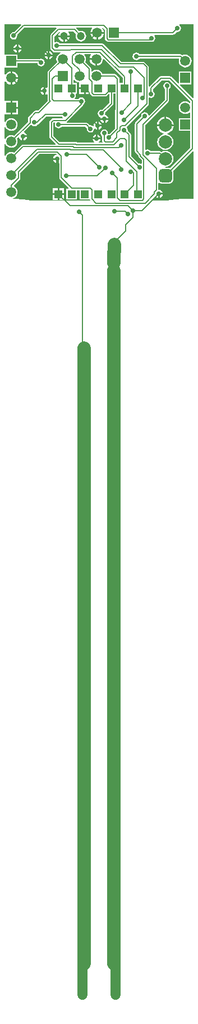
<source format=gbl>
%FSLAX25Y25*%
%MOIN*%
G70*
G01*
G75*
G04 Layer_Physical_Order=2*
G04 Layer_Color=16711680*
%ADD10R,0.03937X0.02756*%
%ADD11R,0.02362X0.03937*%
%ADD12R,0.01969X0.03937*%
%ADD13R,0.02756X0.03937*%
%ADD14R,0.06299X0.07874*%
%ADD15O,0.02165X0.06496*%
%ADD16O,0.06496X0.02165*%
%ADD17R,0.02362X0.05118*%
%ADD18R,0.06299X0.02756*%
%ADD19R,0.02362X0.05906*%
%ADD20R,0.03150X0.09843*%
%ADD21R,0.03150X0.07480*%
%ADD22R,0.07480X0.03150*%
%ADD23C,0.00787*%
%ADD24C,0.07874*%
G04:AMPARAMS|DCode=25|XSize=78.74mil|YSize=78.74mil|CornerRadius=19.69mil|HoleSize=0mil|Usage=FLASHONLY|Rotation=270.000|XOffset=0mil|YOffset=0mil|HoleType=Round|Shape=RoundedRectangle|*
%AMROUNDEDRECTD25*
21,1,0.07874,0.03937,0,0,270.0*
21,1,0.03937,0.07874,0,0,270.0*
1,1,0.03937,-0.01969,-0.01969*
1,1,0.03937,-0.01969,0.01969*
1,1,0.03937,0.01969,0.01969*
1,1,0.03937,0.01969,-0.01969*
%
%ADD25ROUNDEDRECTD25*%
%ADD26C,0.07874*%
%ADD27C,0.05906*%
%ADD28R,0.05906X0.05906*%
%ADD29R,0.05906X0.05906*%
%ADD30C,0.04724*%
%ADD31C,0.02756*%
%ADD32R,0.04724X0.04724*%
%ADD33C,0.05906*%
G36*
X-542Y345758D02*
X240Y345158D01*
X1149Y344781D01*
X1953Y344675D01*
Y344504D01*
X1953D01*
Y341642D01*
X5315D01*
Y341142D01*
X5815D01*
Y337779D01*
X8561D01*
X8777Y337455D01*
X9547Y336685D01*
X9547Y336685D01*
X9938Y336424D01*
X10399Y336333D01*
X10399Y336333D01*
X17458D01*
X17458Y336333D01*
X17919Y336424D01*
X18309Y336685D01*
X19397Y337772D01*
X19859Y337581D01*
Y332569D01*
X15650Y328361D01*
X15229Y328445D01*
X14384Y328276D01*
X13668Y327798D01*
X13189Y327082D01*
X13021Y326237D01*
X13189Y325392D01*
X13668Y324676D01*
X14384Y324197D01*
D01*
X14689Y323959D01*
X14604Y323531D01*
X19254D01*
X19169Y323959D01*
X18643Y324746D01*
X17857Y325271D01*
X17615Y325320D01*
X17337Y325735D01*
X17437Y326237D01*
X17353Y326658D01*
X21914Y331219D01*
X22175Y331610D01*
X22267Y332071D01*
X22267Y332071D01*
Y337992D01*
X23425D01*
Y328346D01*
X23383Y328283D01*
X23291Y327822D01*
X23291Y327822D01*
Y317502D01*
X19850Y314061D01*
X19429Y314144D01*
X19360Y314131D01*
X19006Y314484D01*
X19037Y314637D01*
X18869Y315482D01*
X18390Y316198D01*
X17674Y316676D01*
X16829Y316845D01*
X15984Y316676D01*
X15268Y316198D01*
X14789Y315482D01*
X14621Y314637D01*
X14789Y313792D01*
X15268Y313076D01*
X15625Y312837D01*
Y309978D01*
X15625Y309978D01*
X15716Y309517D01*
X15762Y309448D01*
X15527Y309007D01*
X13837D01*
X13692Y309486D01*
X14017Y309703D01*
X14543Y310489D01*
X14628Y310917D01*
X9978D01*
X10063Y310489D01*
X10589Y309703D01*
X10914Y309486D01*
X10769Y309007D01*
X797D01*
X783Y309021D01*
X393Y309282D01*
X-68Y309373D01*
X-68Y309373D01*
X-9705D01*
X-13326Y312995D01*
Y320638D01*
X-13027Y320937D01*
X-12532Y320864D01*
X-12365Y320551D01*
X-12411Y320482D01*
X-12579Y319637D01*
X-12411Y318792D01*
X-11932Y318076D01*
X-11216Y317597D01*
X-10371Y317429D01*
X-9526Y317597D01*
X-8810Y318076D01*
X-8571Y318432D01*
X5629D01*
X6531Y317530D01*
X6447Y317109D01*
X6615Y316264D01*
X7094Y315548D01*
X7810Y315069D01*
X8655Y314901D01*
X9500Y315069D01*
X10216Y315548D01*
X10695Y316264D01*
X10863Y317109D01*
X11495Y317235D01*
X12001Y316897D01*
X12429Y316812D01*
Y319137D01*
Y321462D01*
X12001Y321377D01*
X11215Y320851D01*
X10689Y320065D01*
X10504Y319137D01*
X10528Y319017D01*
X10113Y318740D01*
X9500Y319149D01*
X8655Y319317D01*
X8234Y319233D01*
X6979Y320488D01*
X6588Y320749D01*
X6127Y320841D01*
X6127Y320841D01*
X-5312D01*
X-5457Y321320D01*
X-5420Y321344D01*
X4081Y330844D01*
X4342Y331235D01*
X4433Y331696D01*
X4433Y331696D01*
Y331737D01*
X4790Y331976D01*
X5269Y332692D01*
X5437Y333537D01*
X5269Y334382D01*
X4790Y335098D01*
X4074Y335577D01*
X3229Y335745D01*
X2384Y335577D01*
X1668Y335098D01*
X1496Y334841D01*
X-470D01*
X-706Y335282D01*
X-231Y335992D01*
X-63Y336837D01*
X-216Y337605D01*
X101Y337992D01*
X590D01*
Y344291D01*
X-1355D01*
Y346040D01*
X-881Y346200D01*
X-542Y345758D01*
D02*
G37*
G36*
X-8032Y324076D02*
X-7737Y323879D01*
X-7882Y323400D01*
X-13471D01*
X-13471Y323400D01*
X-13932Y323308D01*
X-14322Y323047D01*
X-14323Y323047D01*
X-15382Y321988D01*
X-15643Y321598D01*
X-15734Y321137D01*
X-15734Y321137D01*
Y312496D01*
X-15734Y312496D01*
X-15643Y312035D01*
X-15382Y311644D01*
X-11998Y308261D01*
X-12189Y307799D01*
X-31516D01*
X-31516Y307799D01*
X-31977Y307707D01*
X-32367Y307446D01*
X-32367Y307446D01*
X-36727Y303086D01*
X-37409Y303368D01*
X-38386Y303497D01*
X-39362Y303368D01*
X-40272Y302991D01*
X-41053Y302392D01*
X-41653Y301611D01*
X-41813Y301223D01*
X-42304Y301321D01*
Y308128D01*
X-41813Y308225D01*
X-41653Y307838D01*
X-41053Y307057D01*
X-40272Y306457D01*
X-39362Y306081D01*
X-38386Y305952D01*
X-37409Y306081D01*
X-36500Y306457D01*
X-35718Y307057D01*
X-35119Y307838D01*
X-34742Y308748D01*
X-34613Y309724D01*
X-34742Y310701D01*
X-35024Y311383D01*
X-34244Y312163D01*
X-33766Y312017D01*
X-33736Y311867D01*
X-33211Y311081D01*
X-32424Y310555D01*
X-31996Y310470D01*
Y312795D01*
X-31496D01*
Y313295D01*
X-29171D01*
X-29256Y313723D01*
X-29782Y314510D01*
X-30568Y315035D01*
X-30718Y315065D01*
X-30864Y315544D01*
X-26831Y319576D01*
X-26333Y319527D01*
X-26232Y319376D01*
X-25516Y318897D01*
X-24671Y318729D01*
X-23826Y318897D01*
X-23110Y319376D01*
X-22856Y319755D01*
X-22510Y319824D01*
X-22119Y320085D01*
X-17772Y324432D01*
X-8271D01*
X-8032Y324076D01*
D02*
G37*
G36*
X9048Y360907D02*
X8673Y360419D01*
X8275Y359457D01*
X8205Y358925D01*
X12126D01*
Y358425D01*
X12626D01*
Y354504D01*
X13158Y354574D01*
X14119Y354972D01*
X14945Y355606D01*
X15578Y356432D01*
X15977Y357393D01*
X16112Y358417D01*
X16585Y358578D01*
X27733Y347430D01*
Y344291D01*
X25833D01*
Y346737D01*
X25833Y346737D01*
X25742Y347198D01*
X25480Y347588D01*
X25480Y347588D01*
X23792Y349277D01*
X23401Y349538D01*
X22941Y349629D01*
X22941Y349629D01*
X15675D01*
X15393Y350311D01*
X14793Y351093D01*
X14012Y351692D01*
X13102Y352069D01*
X12126Y352198D01*
X11149Y352069D01*
X10240Y351692D01*
X9582Y351187D01*
X9133Y351409D01*
Y352622D01*
X9042Y353083D01*
X8937Y353239D01*
X8781Y353473D01*
X8781Y353473D01*
X5487Y356767D01*
X5770Y357449D01*
X5898Y358425D01*
X5770Y359401D01*
X5393Y360311D01*
X4936Y360907D01*
X5157Y361355D01*
X8826D01*
X9048Y360907D01*
D02*
G37*
G36*
X69863Y303727D02*
Y275610D01*
X62992D01*
X62992Y275610D01*
Y275634D01*
X59418Y275459D01*
X55879Y274934D01*
X54571Y274606D01*
X44974D01*
X44783Y275068D01*
X46926Y277211D01*
X47423Y277162D01*
X47515Y277026D01*
X48301Y276500D01*
X48729Y276415D01*
Y278740D01*
X49229D01*
Y279240D01*
X51554D01*
X51469Y279668D01*
X50943Y280455D01*
X50157Y280980D01*
X49229Y281165D01*
X49039Y281321D01*
Y285006D01*
X49487Y285227D01*
X49791Y284994D01*
X50462Y284717D01*
X51181Y284622D01*
X55118D01*
X55838Y284717D01*
X56508Y284994D01*
X57084Y285436D01*
X57525Y286012D01*
X57803Y286682D01*
X57898Y287401D01*
Y291338D01*
X57803Y292058D01*
X57726Y292244D01*
X69401Y303918D01*
X69863Y303727D01*
D02*
G37*
G36*
Y335460D02*
X69401Y335268D01*
X61587Y343081D01*
X61779Y343543D01*
X68701D01*
Y351024D01*
X61221D01*
Y344102D01*
X60759Y343910D01*
X56770Y347899D01*
X56379Y348160D01*
X55919Y348251D01*
X55919Y348251D01*
X50394D01*
X49933Y348160D01*
X49542Y347899D01*
X43777Y342134D01*
X43753Y342097D01*
X43274Y342242D01*
Y353696D01*
X43274Y353696D01*
X43182Y354157D01*
X42921Y354548D01*
X42921Y354548D01*
X40980Y356488D01*
X40590Y356749D01*
X40129Y356841D01*
X40129Y356841D01*
X26928D01*
X16480Y367288D01*
X16090Y367549D01*
X15629Y367641D01*
X15629Y367641D01*
X-9571D01*
X-9810Y367998D01*
X-10526Y368477D01*
X-11371Y368644D01*
X-12216Y368477D01*
X-12326Y368403D01*
X-12767Y368639D01*
Y371838D01*
X-10121Y374484D01*
X-9627Y374403D01*
X-9569Y374284D01*
X-9984Y373743D01*
X-10323Y372925D01*
X-10373Y372547D01*
X-3722D01*
X-3772Y372925D01*
X-4110Y373743D01*
X-4526Y374284D01*
X-4305Y374732D01*
X-1436D01*
X43Y373253D01*
X-116Y372869D01*
X-224Y372047D01*
X-116Y371225D01*
X201Y370459D01*
X706Y369801D01*
X1364Y369296D01*
X2130Y368979D01*
X2953Y368870D01*
X3775Y368979D01*
X4541Y369296D01*
X5199Y369801D01*
X5704Y370459D01*
X6021Y371225D01*
X6129Y372047D01*
X6021Y372869D01*
X5704Y373636D01*
X5199Y374293D01*
X4541Y374798D01*
X3775Y375116D01*
X2953Y375224D01*
X2130Y375116D01*
X1746Y374957D01*
X132Y376571D01*
X324Y377032D01*
X9405D01*
X9626Y376584D01*
X9185Y376009D01*
X8787Y375047D01*
X8717Y374516D01*
X16559D01*
X16489Y375047D01*
X16091Y376009D01*
X15649Y376584D01*
X15733Y376755D01*
X16227Y376836D01*
X17225Y375838D01*
Y370649D01*
X17225Y370649D01*
X17316Y370188D01*
X17578Y369797D01*
X18344Y369030D01*
X18344Y369030D01*
X18735Y368769D01*
X19196Y368677D01*
X19196Y368677D01*
X19459D01*
X19685Y368633D01*
X44129D01*
X44129Y368633D01*
X44520Y368710D01*
X44929Y368629D01*
X45774Y368797D01*
X46490Y369276D01*
X46969Y369992D01*
X47137Y370837D01*
X46969Y371682D01*
X46508Y372370D01*
X46744Y372811D01*
X57708D01*
X57708Y372811D01*
X58169Y372903D01*
X58559Y373164D01*
X59908Y374513D01*
X60329Y374429D01*
X61174Y374597D01*
X61890Y375076D01*
X62369Y375792D01*
X62537Y376637D01*
X62369Y377482D01*
X61890Y378198D01*
X61529Y378439D01*
X61674Y378918D01*
X69863D01*
Y335460D01*
D02*
G37*
G36*
X-11555Y301839D02*
X-11598Y301696D01*
X-12199Y301577D01*
X-12985Y301051D01*
X-13511Y300265D01*
X-13596Y299837D01*
X-11271D01*
Y299337D01*
X-10771D01*
Y297012D01*
X-10343Y297097D01*
X-9916Y296868D01*
Y288239D01*
X-9916Y288239D01*
X-9825Y287778D01*
X-9563Y287388D01*
X-4330Y282155D01*
X-4522Y281693D01*
X-5709D01*
Y275394D01*
X590D01*
Y280882D01*
X2165D01*
Y275394D01*
X8156D01*
X8413Y274965D01*
X8221Y274606D01*
X-27012D01*
X-28320Y274934D01*
X-31859Y275459D01*
X-35433Y275634D01*
Y275610D01*
X-35433Y275610D01*
X-37265D01*
X-37362Y276100D01*
X-36500Y276457D01*
X-35718Y277057D01*
X-35119Y277838D01*
X-34742Y278748D01*
X-34613Y279724D01*
X-34742Y280701D01*
X-35119Y281611D01*
X-35718Y282392D01*
X-36500Y282991D01*
X-36840Y283133D01*
X-36938Y283623D01*
X-33400Y287160D01*
X-33139Y287551D01*
X-33048Y288012D01*
X-33048Y288012D01*
X-33048Y288012D01*
Y288012D01*
Y291132D01*
X-21939Y302240D01*
X-11852D01*
X-11555Y301839D01*
D02*
G37*
G36*
X67925Y333338D02*
Y332730D01*
X67476Y332508D01*
X66847Y332991D01*
X65937Y333368D01*
X64961Y333497D01*
X63984Y333368D01*
X63074Y332991D01*
X62293Y332392D01*
X61694Y331611D01*
X61317Y330701D01*
X61188Y329724D01*
X61317Y328748D01*
X61694Y327838D01*
X62293Y327057D01*
X63074Y326457D01*
X63984Y326080D01*
X64961Y325952D01*
X65937Y326080D01*
X66847Y326457D01*
X67476Y326940D01*
X67925Y326719D01*
Y323464D01*
X61221D01*
Y315984D01*
X67925D01*
Y305848D01*
X56023Y293947D01*
X55838Y294023D01*
X55118Y294118D01*
X53276D01*
X53243Y294617D01*
X54383Y294767D01*
X55532Y295243D01*
X56519Y296001D01*
X57276Y296987D01*
X57752Y298137D01*
X57915Y299370D01*
X57752Y300603D01*
X57276Y301752D01*
X56519Y302739D01*
X55532Y303497D01*
X54383Y303973D01*
X53265Y304120D01*
Y304620D01*
X54383Y304767D01*
X55532Y305243D01*
X56519Y306000D01*
X57276Y306987D01*
X57752Y308137D01*
X57915Y309370D01*
X57752Y310603D01*
X57276Y311753D01*
X56519Y312739D01*
X55532Y313497D01*
X54383Y313973D01*
X54079Y314013D01*
Y314513D01*
X54438Y314560D01*
X55639Y315057D01*
X56671Y315849D01*
X57462Y316880D01*
X57960Y318081D01*
X58063Y318870D01*
X48236D01*
X48340Y318081D01*
X48837Y316880D01*
X49628Y315849D01*
X50660Y315057D01*
X51861Y314560D01*
X52220Y314513D01*
Y314013D01*
X51916Y313973D01*
X50767Y313497D01*
X49780Y312739D01*
X49023Y311753D01*
X48547Y310603D01*
X48384Y309370D01*
X48547Y308137D01*
X49023Y306987D01*
X49780Y306000D01*
X50767Y305243D01*
X51916Y304767D01*
X53034Y304620D01*
Y304120D01*
X51916Y303973D01*
X50767Y303497D01*
X50744Y303479D01*
X50615Y303607D01*
X50225Y303869D01*
X49764Y303960D01*
X49764Y303960D01*
X44319D01*
X44081Y304317D01*
X43365Y304796D01*
X42520Y304964D01*
X41675Y304796D01*
X41606Y304749D01*
X41165Y304985D01*
Y319370D01*
X54980Y333185D01*
X55242Y333576D01*
X55333Y334037D01*
X55333Y334037D01*
X55333Y334037D01*
Y334037D01*
Y340837D01*
X55690Y341076D01*
X56169Y341792D01*
X56337Y342637D01*
X56169Y343482D01*
X55690Y344198D01*
X54974Y344676D01*
X54129Y344845D01*
X53284Y344676D01*
X52568Y344198D01*
X52089Y343482D01*
X51921Y342637D01*
X52089Y341792D01*
X52568Y341076D01*
X52925Y340837D01*
Y334536D01*
X43534Y325145D01*
X43056Y325290D01*
X42985Y325648D01*
X42506Y326364D01*
X41790Y326843D01*
X40945Y327011D01*
X40100Y326843D01*
X39384Y326364D01*
X38905Y325648D01*
X38737Y324803D01*
X38821Y324382D01*
X35369Y320930D01*
X35108Y320540D01*
X35016Y320079D01*
X35016Y320079D01*
Y303937D01*
X35016Y303937D01*
X35108Y303476D01*
X35369Y303085D01*
X37182Y301273D01*
Y301044D01*
X37182Y301044D01*
X37273Y300583D01*
X37534Y300192D01*
X39150Y298576D01*
Y296717D01*
X38709Y296481D01*
X38640Y296527D01*
X37795Y296695D01*
X37375Y296612D01*
X32799Y301188D01*
Y313571D01*
X32799Y313571D01*
X32707Y314032D01*
X32446Y314423D01*
X32446Y314423D01*
X30753Y316116D01*
X30837Y316537D01*
X30669Y317382D01*
X30190Y318098D01*
X30696Y318856D01*
X42921Y331081D01*
X43182Y331471D01*
X43274Y331932D01*
X43274Y331932D01*
Y335407D01*
X43715Y335643D01*
X43784Y335597D01*
X44629Y335429D01*
X45474Y335597D01*
X46190Y336076D01*
X46669Y336792D01*
X46837Y337637D01*
X46669Y338482D01*
X46190Y339198D01*
X45833Y339436D01*
Y340784D01*
X50892Y345843D01*
X55420D01*
X67925Y333338D01*
D02*
G37*
G36*
X-32598Y378456D02*
X-36669Y374384D01*
X-37008Y374452D01*
X-37853Y374284D01*
X-38569Y373805D01*
X-39048Y373089D01*
X-39216Y372244D01*
X-39048Y371399D01*
X-38569Y370683D01*
X-37853Y370204D01*
X-37008Y370036D01*
X-36163Y370204D01*
X-35447Y370683D01*
X-34968Y371399D01*
X-34800Y372244D01*
X-34900Y372747D01*
X-30615Y377032D01*
X-11632D01*
X-11440Y376571D01*
X-14822Y373188D01*
X-15084Y372798D01*
X-15175Y372337D01*
X-15175Y372337D01*
Y364937D01*
X-15175Y364937D01*
X-15084Y364476D01*
X-14822Y364085D01*
X-13523Y362785D01*
X-13522Y362785D01*
X-13132Y362524D01*
X-12671Y362433D01*
X-12671Y362433D01*
X-9255D01*
X-9157Y361942D01*
X-9760Y361692D01*
X-10542Y361093D01*
X-11141Y360311D01*
X-11518Y359401D01*
X-11647Y358425D01*
X-11518Y357449D01*
X-11236Y356767D01*
X-16497Y351505D01*
X-16758Y351114D01*
X-16850Y350654D01*
X-16850Y350654D01*
Y341721D01*
X-17291Y341485D01*
X-17773Y341807D01*
X-18201Y341892D01*
Y339567D01*
Y337242D01*
X-17773Y337327D01*
X-17291Y337649D01*
X-16850Y337413D01*
Y334085D01*
X-16850Y334085D01*
X-16780Y333731D01*
X-22535Y327976D01*
X-23954D01*
X-23954Y327976D01*
X-24415Y327884D01*
X-24806Y327623D01*
X-24806Y327623D01*
X-28082Y324347D01*
X-28343Y323957D01*
X-28434Y323496D01*
X-28434Y323496D01*
Y321379D01*
X-36727Y313086D01*
X-37409Y313368D01*
X-38386Y313497D01*
X-39362Y313368D01*
X-40272Y312991D01*
X-41053Y312392D01*
X-41653Y311611D01*
X-41813Y311223D01*
X-42304Y311321D01*
Y318128D01*
X-41813Y318226D01*
X-41653Y317838D01*
X-41053Y317057D01*
X-40272Y316457D01*
X-39362Y316080D01*
X-38386Y315952D01*
X-37409Y316080D01*
X-36500Y316457D01*
X-35718Y317057D01*
X-35119Y317838D01*
X-34742Y318748D01*
X-34613Y319724D01*
X-34742Y320701D01*
X-35119Y321611D01*
X-35718Y322392D01*
X-36500Y322991D01*
X-37409Y323368D01*
X-38386Y323497D01*
X-39362Y323368D01*
X-40272Y322991D01*
X-41053Y322392D01*
X-41653Y321611D01*
X-41813Y321223D01*
X-42304Y321321D01*
Y325772D01*
X-38886D01*
Y329724D01*
Y333677D01*
X-42304D01*
Y345097D01*
X-42026Y345213D01*
X-41830Y345279D01*
X-41205Y344464D01*
X-40379Y343831D01*
X-39418Y343432D01*
X-38886Y343362D01*
Y347284D01*
Y351205D01*
X-39418Y351135D01*
X-40379Y350736D01*
X-41205Y350103D01*
X-41830Y349288D01*
X-42026Y349355D01*
X-42304Y349470D01*
Y353543D01*
X-42304D01*
X-42126D01*
X-41950Y353543D01*
X-41950Y353543D01*
Y353543D01*
X-34646D01*
Y356079D01*
X-22868D01*
X-22761Y355542D01*
X-22282Y354826D01*
X-21566Y354347D01*
X-20721Y354179D01*
X-19876Y354347D01*
X-19160Y354826D01*
X-18681Y355542D01*
X-18513Y356387D01*
X-18681Y357232D01*
X-19160Y357948D01*
X-19876Y358426D01*
X-20721Y358594D01*
X-21438Y358452D01*
X-21618Y358488D01*
X-21618Y358488D01*
X-34646D01*
Y361024D01*
X-41950D01*
X-41950Y361024D01*
Y361024D01*
X-42126Y361024D01*
X-42304Y361201D01*
Y378918D01*
X-32789D01*
X-32598Y378456D01*
D02*
G37*
%LPC*%
G36*
X52650Y324284D02*
X51861Y324180D01*
X50660Y323682D01*
X49628Y322891D01*
X48837Y321860D01*
X48340Y320659D01*
X48236Y319870D01*
X52650D01*
Y324284D01*
D02*
G37*
G36*
X13429Y321462D02*
Y319637D01*
X15254D01*
X15169Y320065D01*
X14643Y320851D01*
X13857Y321377D01*
X13429Y321462D01*
D02*
G37*
G36*
X19254Y322531D02*
X17429D01*
Y320706D01*
X17857Y320791D01*
X18643Y321317D01*
X19169Y322104D01*
X19254Y322531D01*
D02*
G37*
G36*
X-34433Y329224D02*
X-37886D01*
Y325772D01*
X-34433D01*
Y329224D01*
D02*
G37*
G36*
X53650Y324284D02*
Y319870D01*
X58063D01*
X57960Y320659D01*
X57462Y321860D01*
X56671Y322891D01*
X55639Y323682D01*
X54438Y324180D01*
X53650Y324284D01*
D02*
G37*
G36*
X16429Y322531D02*
X14604D01*
X14689Y322104D01*
X15215Y321317D01*
X16001Y320791D01*
X16429Y320706D01*
Y322531D01*
D02*
G37*
G36*
X-10933Y281905D02*
X-13795D01*
Y279043D01*
X-10933D01*
Y281905D01*
D02*
G37*
G36*
X-7071D02*
X-9933D01*
Y279043D01*
X-7071D01*
Y281905D01*
D02*
G37*
G36*
X51554Y278240D02*
X49729D01*
Y276415D01*
X50157Y276500D01*
X50943Y277026D01*
X51469Y277812D01*
X51554Y278240D01*
D02*
G37*
G36*
X-10933Y278043D02*
X-13795D01*
Y275181D01*
X-10933D01*
Y278043D01*
D02*
G37*
G36*
X-7071D02*
X-9933D01*
Y275181D01*
X-7071D01*
Y278043D01*
D02*
G37*
G36*
X12803Y313742D02*
Y311917D01*
X14628D01*
X14543Y312345D01*
X14017Y313132D01*
X13231Y313657D01*
X12803Y313742D01*
D02*
G37*
G36*
X15254Y318637D02*
X13429D01*
Y316812D01*
X13857Y316897D01*
X14643Y317422D01*
X15169Y318209D01*
X15254Y318637D01*
D02*
G37*
G36*
X11803Y313742D02*
X11375Y313657D01*
X10589Y313132D01*
X10063Y312345D01*
X9978Y311917D01*
X11803D01*
Y313742D01*
D02*
G37*
G36*
X-11771Y298837D02*
X-13596D01*
X-13511Y298409D01*
X-12985Y297622D01*
X-12199Y297097D01*
X-11771Y297012D01*
Y298837D01*
D02*
G37*
G36*
X-29171Y312295D02*
X-30996D01*
Y310470D01*
X-30568Y310555D01*
X-29782Y311081D01*
X-29256Y311867D01*
X-29171Y312295D01*
D02*
G37*
G36*
X-32419Y364165D02*
X-34244D01*
Y362340D01*
X-33816Y362425D01*
X-33030Y362951D01*
X-32504Y363737D01*
X-32419Y364165D01*
D02*
G37*
G36*
X-35244Y366990D02*
X-35672Y366905D01*
X-36459Y366380D01*
X-36984Y365593D01*
X-37069Y365165D01*
X-35244D01*
Y366990D01*
D02*
G37*
G36*
Y364165D02*
X-37069D01*
X-36984Y363737D01*
X-36459Y362951D01*
X-35672Y362425D01*
X-35244Y362340D01*
Y364165D01*
D02*
G37*
G36*
X-16740Y363053D02*
X-17168Y362968D01*
X-17955Y362443D01*
X-18480Y361656D01*
X-18565Y361228D01*
X-16740D01*
Y363053D01*
D02*
G37*
G36*
X-15740D02*
Y361228D01*
X-13915D01*
X-14000Y361656D01*
X-14526Y362443D01*
X-15312Y362968D01*
X-15740Y363053D01*
D02*
G37*
G36*
X12138Y373516D02*
X8717D01*
X8787Y372984D01*
X9185Y372022D01*
X9819Y371196D01*
X10644Y370563D01*
X11606Y370164D01*
X12138Y370094D01*
Y373516D01*
D02*
G37*
G36*
X16559D02*
X13138D01*
Y370094D01*
X13670Y370164D01*
X14631Y370563D01*
X15457Y371196D01*
X16091Y372022D01*
X16489Y372984D01*
X16559Y373516D01*
D02*
G37*
G36*
X-3722Y371547D02*
X-6547D01*
Y368722D01*
X-6170Y368772D01*
X-5352Y369110D01*
X-4650Y369649D01*
X-4110Y370352D01*
X-3772Y371169D01*
X-3722Y371547D01*
D02*
G37*
G36*
X-34244Y366990D02*
Y365165D01*
X-32419D01*
X-32504Y365593D01*
X-33030Y366380D01*
X-33816Y366905D01*
X-34244Y366990D01*
D02*
G37*
G36*
X-7547Y371547D02*
X-10373D01*
X-10323Y371169D01*
X-9984Y370352D01*
X-9445Y369649D01*
X-8743Y369110D01*
X-7925Y368772D01*
X-7547Y368722D01*
Y371547D01*
D02*
G37*
G36*
X-19201Y341892D02*
X-19629Y341807D01*
X-20415Y341281D01*
X-20941Y340495D01*
X-21026Y340067D01*
X-19201D01*
Y341892D01*
D02*
G37*
G36*
X-34465Y346784D02*
X-37886D01*
Y343362D01*
X-37354Y343432D01*
X-36393Y343831D01*
X-35567Y344464D01*
X-34933Y345290D01*
X-34535Y346252D01*
X-34465Y346784D01*
D02*
G37*
G36*
X4815Y340642D02*
X1953D01*
Y337779D01*
X4815D01*
Y340642D01*
D02*
G37*
G36*
X-34433Y333677D02*
X-37886D01*
Y330224D01*
X-34433D01*
Y333677D01*
D02*
G37*
G36*
X-19201Y339067D02*
X-21026D01*
X-20941Y338639D01*
X-20415Y337853D01*
X-19629Y337327D01*
X-19201Y337242D01*
Y339067D01*
D02*
G37*
G36*
X-16740Y360228D02*
X-18565D01*
X-18480Y359801D01*
X-17955Y359014D01*
X-17168Y358488D01*
X-16740Y358403D01*
Y360228D01*
D02*
G37*
G36*
X-13915D02*
X-15740D01*
Y358403D01*
X-15312Y358488D01*
X-14526Y359014D01*
X-14000Y359801D01*
X-13915Y360228D01*
D02*
G37*
G36*
X11626Y357925D02*
X8205D01*
X8275Y357393D01*
X8673Y356432D01*
X9307Y355606D01*
X10132Y354972D01*
X11094Y354574D01*
X11626Y354504D01*
Y357925D01*
D02*
G37*
G36*
X-37886Y351205D02*
Y347784D01*
X-34465D01*
X-34535Y348315D01*
X-34933Y349277D01*
X-35567Y350103D01*
X-36393Y350736D01*
X-37354Y351135D01*
X-37886Y351205D01*
D02*
G37*
G36*
X35929Y362245D02*
X35084Y362076D01*
X34368Y361598D01*
X33889Y360882D01*
X33721Y360037D01*
X33889Y359192D01*
X34368Y358476D01*
X35084Y357997D01*
X35929Y357829D01*
X36774Y357997D01*
X37490Y358476D01*
X37729Y358833D01*
X61104D01*
X61382Y358417D01*
X61317Y358260D01*
X61188Y357284D01*
X61317Y356307D01*
X61694Y355397D01*
X62293Y354616D01*
X63074Y354016D01*
X63984Y353640D01*
X64961Y353511D01*
X65937Y353640D01*
X66847Y354016D01*
X67628Y354616D01*
X68228Y355397D01*
X68604Y356307D01*
X68733Y357284D01*
X68604Y358260D01*
X68228Y359170D01*
X67628Y359951D01*
X66847Y360551D01*
X65937Y360927D01*
X64961Y361056D01*
X63984Y360927D01*
X63302Y360645D01*
X63059Y360888D01*
X62668Y361149D01*
X62207Y361241D01*
X62207Y361241D01*
X37729D01*
X37490Y361598D01*
X36774Y362076D01*
X35929Y362245D01*
D02*
G37*
%LPD*%
D23*
X7820Y324246D02*
Y338636D01*
X5315Y341142D02*
X7820Y338636D01*
X-20177Y364665D02*
X-16240Y360728D01*
X-34744Y364665D02*
X-20177D01*
X-13971Y364937D02*
Y372337D01*
Y364937D02*
X-12671Y363637D01*
X-3583D01*
X-38386Y347284D02*
X-30669Y339567D01*
X-18701Y339567D02*
X-18701Y339567D01*
X-30669D02*
X-18701D01*
X-37008Y372244D02*
Y372342D01*
X-31114Y378237D01*
X-38386Y357284D02*
X-21618D01*
X24606Y276479D02*
Y287992D01*
X21654Y290945D02*
X24606Y287992D01*
X36220Y320079D02*
X40945Y324803D01*
X36220Y303937D02*
Y320079D01*
X39961Y301696D02*
Y319868D01*
X54129Y334037D01*
X36220Y303937D02*
X38386Y301772D01*
X47835Y280965D02*
Y293822D01*
X39961Y301696D02*
X47835Y293822D01*
X38386Y301044D02*
Y301772D01*
Y301044D02*
X40354Y299075D01*
Y293428D02*
Y299075D01*
X49764Y302756D02*
X53150Y299370D01*
X42520Y302756D02*
X49764D01*
X30020Y298008D02*
X36380Y291648D01*
X30020Y298008D02*
Y310306D01*
X32677Y291732D02*
X33071D01*
X31594Y300689D02*
X37795Y294488D01*
X37453Y294146D02*
X37795Y294488D01*
X37453Y294146D02*
Y294146D01*
X31594Y300689D02*
Y313571D01*
X36380Y278975D02*
Y291648D01*
X37453Y294146D02*
X37795Y294488D01*
X40354Y293428D02*
X40354Y293428D01*
X40354Y275692D02*
Y293428D01*
X41240Y273228D02*
X46670Y278658D01*
X11909Y273228D02*
X41240D01*
X39466Y274803D02*
X40354Y275692D01*
X26282Y274803D02*
X39466D01*
X31004Y271654D02*
X33858Y268799D01*
X-3544Y271654D02*
X31004D01*
X9449Y275689D02*
X11909Y273228D01*
X-10433Y278543D02*
X-3544Y271654D01*
X24606Y276479D02*
X26282Y274803D01*
X29527Y260334D02*
X33858Y264665D01*
X29527Y256890D02*
Y260334D01*
X22736Y250098D02*
X29527Y256890D01*
X9449Y275689D02*
Y281102D01*
X8464Y282086D02*
X9449Y281102D01*
X-2559Y282086D02*
X8464D01*
X-8712Y288239D02*
X-2559Y282086D01*
X-8712Y288239D02*
Y300441D01*
X12713Y289354D02*
X16535Y293177D01*
X-5689Y289354D02*
X12713D01*
X16313Y304637D02*
X26772Y294178D01*
Y292913D02*
Y294178D01*
X-1276Y306228D02*
X25720D01*
X298Y307803D02*
X22529D01*
X26122Y311396D01*
X21729Y309378D02*
X24300Y311948D01*
X17429Y309378D02*
X21729D01*
X28929Y311396D02*
X30020Y310306D01*
X28629Y316537D02*
X31594Y313571D01*
X28937Y278543D02*
X34252Y283858D01*
Y291339D01*
X33464D02*
X34252D01*
X33071Y291732D02*
X33464Y291339D01*
X36380Y278975D02*
X36811Y278543D01*
X-2953Y304637D02*
X16313D01*
X26070Y318107D02*
X27094Y319130D01*
X26070Y316351D02*
Y318107D01*
X24495Y327822D02*
X24629Y327956D01*
X24495Y317003D02*
Y327822D01*
X24300Y314580D02*
X26070Y316351D01*
X19429Y311937D02*
X24495Y317003D01*
X-68Y308169D02*
X298Y307803D01*
X-1643Y306594D02*
X-1276Y306228D01*
X-38386Y299724D02*
X-31516Y306594D01*
X-3335Y305020D02*
X-2953Y304637D01*
X-38386Y289724D02*
X-23091Y305020D01*
X-3335D01*
X-31516Y306594D02*
X-1643D01*
X-10203Y308169D02*
X-68D01*
X-14530Y312496D02*
X-10203Y308169D01*
X-11020Y303445D02*
X-8756Y301181D01*
X-22438Y303445D02*
X-11020D01*
X-34252Y291631D02*
X-22438Y303445D01*
X-34252Y288012D02*
Y291631D01*
X-38386Y283878D02*
X-34252Y288012D01*
X-38386Y279724D02*
Y283878D01*
X46670Y279800D02*
X47835Y280965D01*
X46670Y278658D02*
Y279800D01*
X39091Y268602D02*
X49229Y278740D01*
X42070Y331932D02*
Y353696D01*
X29268Y319130D02*
X42070Y331932D01*
X27094Y319130D02*
X29268D01*
X28429Y322337D02*
X36811Y330719D01*
X50394Y347047D02*
X55919D01*
X44629Y341283D02*
X50394Y347047D01*
X44629Y337637D02*
Y341283D01*
X55919Y347047D02*
X69129Y333837D01*
X24300Y311948D02*
Y314580D01*
X22736Y248720D02*
Y250098D01*
X-8756Y300485D02*
Y301181D01*
Y300485D02*
X-8712Y300441D01*
X10399Y337537D02*
X17458D01*
X9629Y338307D02*
Y345076D01*
Y338307D02*
X10399Y337537D01*
X19685Y369837D02*
X44129D01*
X18429Y370649D02*
Y376337D01*
X19640Y369882D02*
X19685Y369837D01*
X19196Y369882D02*
X19640D01*
X18429Y370649D02*
X19196Y369882D01*
X-27230Y323496D02*
X-23954Y326771D01*
X-15646Y350654D02*
X-7874Y358425D01*
X-15646Y334085D02*
Y350654D01*
Y334085D02*
X-15184Y333623D01*
X-22036Y326771D02*
X-15184Y333623D01*
X-23954Y326771D02*
X-22036D01*
X-27230Y320880D02*
Y323496D01*
X-38386Y309724D02*
X-27230Y320880D01*
X-10371Y319637D02*
X6127D01*
X8655Y317109D01*
X7820Y324246D02*
X12929Y319137D01*
X28937Y341142D02*
Y347929D01*
X14307Y362559D02*
X28937Y347929D01*
X129Y362559D02*
X14307D01*
X-2071Y360359D02*
X129Y362559D01*
X-2071Y356134D02*
Y360359D01*
Y356134D02*
X2126Y351937D01*
Y348425D02*
Y351937D01*
X26122Y311396D02*
X28929D01*
X-14530Y312496D02*
Y321137D01*
X-13471Y322196D01*
X-6271D01*
X3229Y331696D01*
Y333537D01*
X15229Y326237D02*
X21063Y332071D01*
Y341142D01*
X36811Y330719D02*
Y341142D01*
X6076Y302137D02*
X13976Y294237D01*
X-5471Y302137D02*
X6076D01*
X-2559Y341142D02*
Y353110D01*
X-7874Y358425D02*
X-2559Y353110D01*
X-11371Y366437D02*
X15629D01*
X26429Y355637D01*
X40129D01*
X42070Y353696D01*
X16829Y309978D02*
X17429Y309378D01*
X16829Y309978D02*
Y314637D01*
X54129Y334037D02*
Y342637D01*
X2126Y358425D02*
X7929Y352622D01*
Y346776D02*
Y352622D01*
Y346776D02*
X9629Y345076D01*
X17458Y337537D02*
X21063Y341142D01*
X39429Y335237D02*
X40429Y336237D01*
Y347537D01*
X34127Y353839D02*
X40429Y347537D01*
X25627Y353839D02*
X34127D01*
X15332Y364134D02*
X25627Y353839D01*
X-3086Y364134D02*
X15332D01*
X-3583Y363637D02*
X-3086Y364134D01*
X-13971Y372337D02*
X-10371Y375937D01*
X-937D01*
X2953Y372047D01*
X12126Y348425D02*
X22941D01*
X24629Y346737D01*
Y327956D02*
Y346737D01*
X32529Y332237D02*
Y351137D01*
X27129Y326837D02*
X32529Y332237D01*
X-24671Y320937D02*
X-22971D01*
X-18271Y325637D01*
X-6471D01*
X-2559Y337125D02*
X-2271Y336837D01*
X-2559Y337125D02*
Y341142D01*
X-21618Y357284D02*
X-20721Y356387D01*
X44929Y370637D02*
Y370837D01*
X44129Y369837D02*
X44929Y370637D01*
X16529Y378237D02*
X18429Y376337D01*
X-31114Y378237D02*
X16529D01*
X25720Y306228D02*
X26829Y307337D01*
X-10433Y278543D02*
Y298499D01*
X-11271Y299337D02*
X-10433Y298499D01*
X69129Y305349D02*
Y333837D01*
X53150Y289370D02*
X69129Y305349D01*
X6659Y368037D02*
X12638Y374015D01*
X-3037Y368037D02*
X6659D01*
X-7047Y372047D02*
X-3037Y368037D01*
X-12383Y348425D02*
X-7874D01*
X-14071Y346737D02*
X-12383Y348425D01*
X-14071Y334737D02*
Y346737D01*
Y334737D02*
X-12971Y333637D01*
X3129D01*
X3229Y333537D01*
X57708Y374015D02*
X60329Y376637D01*
X22638Y374015D02*
X57708D01*
X62207Y360037D02*
X64961Y357284D01*
X35929Y360037D02*
X62207D01*
X1968Y268012D02*
X3937Y266043D01*
X33858Y264665D02*
Y268602D01*
Y268799D01*
Y268602D02*
X39091D01*
X22736Y268307D02*
X29232D01*
X30807Y266732D01*
X3937Y187301D02*
Y266043D01*
D24*
X4921Y-176783D02*
X5018Y-176687D01*
X22541Y237635D02*
Y244096D01*
X22736Y244291D01*
Y248720D01*
X4921Y-176783D02*
Y187301D01*
X22541Y-176687D02*
Y233270D01*
Y-176687D02*
X22638Y-176783D01*
D25*
X53150Y289370D02*
D03*
D26*
X53150Y299370D02*
D03*
X53150Y309370D02*
D03*
Y319370D02*
D03*
D27*
X12126Y358425D02*
D03*
Y348425D02*
D03*
X2126Y358425D02*
D03*
Y348425D02*
D03*
X-7874Y358425D02*
D03*
X-38386Y347284D02*
D03*
X-38386Y319724D02*
D03*
Y309724D02*
D03*
Y299724D02*
D03*
Y289724D02*
D03*
Y279724D02*
D03*
X64961Y329724D02*
D03*
X64961Y357284D02*
D03*
X12638Y374015D02*
D03*
D28*
X-7874Y348425D02*
D03*
X22638Y374015D02*
D03*
D29*
X-38386Y357284D02*
D03*
X-38386Y329724D02*
D03*
X64961Y319724D02*
D03*
Y347284D02*
D03*
D30*
X2953Y372047D02*
D03*
X-7047D02*
D03*
D31*
X-16240Y360728D02*
D03*
X-20721Y356387D02*
D03*
X-18701Y339567D02*
D03*
X-37008Y372244D02*
D03*
X21654Y290945D02*
D03*
X17717Y294094D02*
D03*
X40945Y324803D02*
D03*
X42520Y302756D02*
D03*
X37795Y294488D02*
D03*
X32677Y291732D02*
D03*
X26772Y292913D02*
D03*
X8655Y317109D02*
D03*
X33858Y268799D02*
D03*
X13976Y294237D02*
D03*
X30807Y266732D02*
D03*
X28429Y322337D02*
D03*
X-31496Y312795D02*
D03*
X16929Y323031D02*
D03*
X12303Y311417D02*
D03*
X-34744Y364665D02*
D03*
X1968Y268012D02*
D03*
X-10371Y319637D02*
D03*
X49229Y278740D02*
D03*
X12929Y319137D02*
D03*
X15229Y326237D02*
D03*
X-5689Y289354D02*
D03*
X-5471Y302137D02*
D03*
X-11371Y366437D02*
D03*
X16829Y314637D02*
D03*
X54129Y342637D02*
D03*
X28629Y316537D02*
D03*
X39429Y335237D02*
D03*
X19429Y311937D02*
D03*
X32529Y351137D02*
D03*
X27129Y326837D02*
D03*
X-24671Y320937D02*
D03*
X-6471Y325637D02*
D03*
X-2271Y336837D02*
D03*
X44929Y370837D02*
D03*
X26829Y307337D02*
D03*
X-11271Y299337D02*
D03*
X44629Y337637D02*
D03*
X3229Y333537D02*
D03*
X60329Y376637D02*
D03*
X35929Y360037D02*
D03*
X22736Y268307D02*
D03*
D32*
X36811Y341142D02*
D03*
X28937D02*
D03*
X21063D02*
D03*
X13189D02*
D03*
X5315D02*
D03*
X-2559D02*
D03*
X-10433D02*
D03*
Y278543D02*
D03*
X-2559D02*
D03*
X5315D02*
D03*
X13189D02*
D03*
X21063D02*
D03*
X28937D02*
D03*
X36811D02*
D03*
D33*
X23622Y-195220D02*
Y-176783D01*
X3937Y-195220D02*
Y-176783D01*
M02*

</source>
